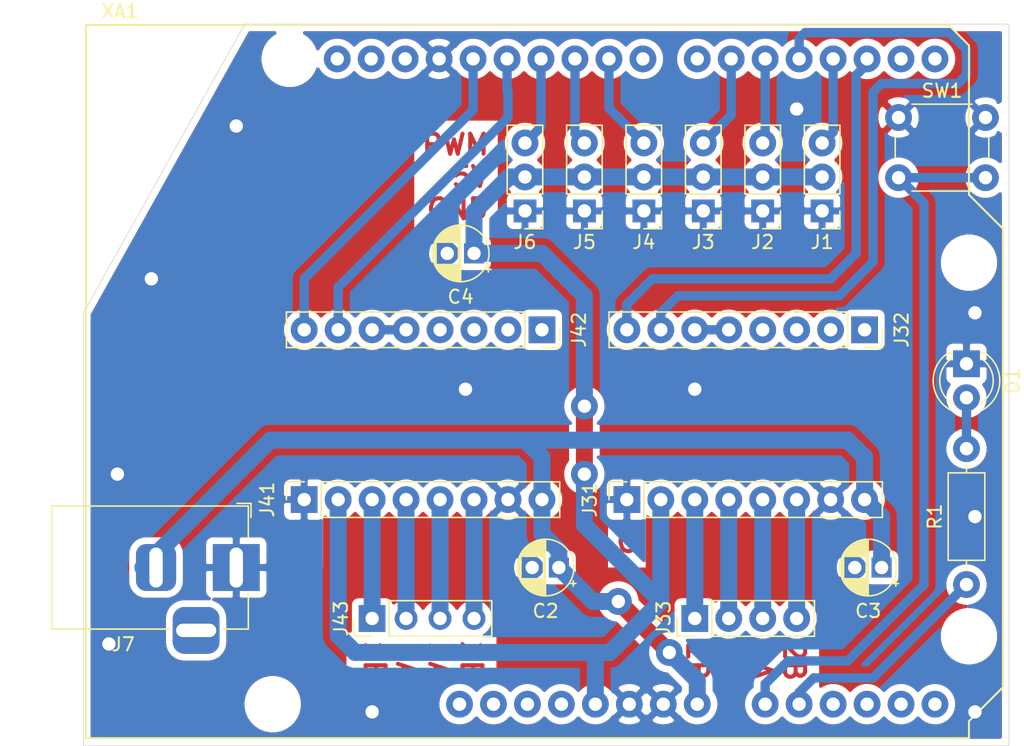
<source format=kicad_pcb>
(kicad_pcb (version 20171130) (host pcbnew 5.1.9)
  (layers (0 F.Cu signal) (31 B.Cu signal) (34 B.Paste user) (35 F.Paste user) (36 B.SilkS user) (37 F.SilkS user) (38 B.Mask user) (39 F.Mask user) (44 Edge.Cuts user))
  (net 0 "")
  (net 1 GND)
  (net 2 /Vpwr)
  (net 3 "Net-(D1-Pad2)")
  (net 4 /pwm1)
  (net 5 +5V)
  (net 6 /pwm2)
  (net 7 /pwm3)
  (net 8 /pwm4)
  (net 9 /pwm5)
  (net 10 /pwm6)
  (net 11 "Net-(J31-Pad6)")
  (net 12 "Net-(J31-Pad5)")
  (net 13 "Net-(J31-Pad4)")
  (net 14 "Net-(J31-Pad3)")
  (net 15 /dir1)
  (net 16 /step1)
  (net 17 "Net-(J32-Pad5)")
  (net 18 "Net-(J32-Pad4)")
  (net 19 "Net-(J32-Pad3)")
  (net 20 "Net-(J32-Pad2)")
  (net 21 "Net-(J32-Pad1)")
  (net 22 "Net-(J41-Pad6)")
  (net 23 "Net-(J41-Pad5)")
  (net 24 "Net-(J41-Pad4)")
  (net 25 "Net-(J41-Pad3)")
  (net 26 /dir2)
  (net 27 /step2)
  (net 28 "Net-(J42-Pad5)")
  (net 29 "Net-(J42-Pad4)")
  (net 30 "Net-(J42-Pad3)")
  (net 31 "Net-(J42-Pad2)")
  (net 32 "Net-(J42-Pad1)")
  (net 33 "Net-(R1-Pad1)")
  (net 34 "Net-(SW1-Pad2)")
  (net 35 "Net-(XA1-PadA5)")
  (net 36 "Net-(XA1-PadA4)")
  (net 37 "Net-(XA1-PadA3)")
  (net 38 "Net-(XA1-PadA2)")
  (net 39 "Net-(XA1-PadAREF)")
  (net 40 "Net-(XA1-PadSDA)")
  (net 41 "Net-(XA1-PadSCL)")
  (net 42 "Net-(XA1-PadD1)")
  (net 43 "Net-(XA1-PadD0)")
  (net 44 "Net-(XA1-PadIORF)")
  (net 45 "Net-(XA1-PadRST1)")
  (net 46 "Net-(XA1-Pad3V3)")
  (net 47 "Net-(XA1-PadD8)")
  (net 48 "Net-(XA1-PadD7)")
  (module plotter:Arduino_Uno_Shield (layer F.Cu) (at 92.260302 126.425)
    (fp_text reference XA1 (at 2.54 -54.356) (layer F.SilkS))
    (fp_text value Arduino_Uno_Shield)
    (pad A5 thru_hole circle (at 63.5 -2.54) (size 2 2) (drill 1) (layers *.Cu *.Mask) (net 35 "Net-(XA1-PadA5)"))
    (pad A4 thru_hole circle (at 60.96 -2.54) (size 2 2) (drill 1) (layers *.Cu *.Mask) (net 36 "Net-(XA1-PadA4)"))
    (pad A3 thru_hole circle (at 58.42 -2.54) (size 2 2) (drill 1) (layers *.Cu *.Mask) (net 37 "Net-(XA1-PadA3)"))
    (pad A2 thru_hole circle (at 55.88 -2.54) (size 2 2) (drill 1) (layers *.Cu *.Mask) (net 38 "Net-(XA1-PadA2)"))
    (pad A1 thru_hole circle (at 53.34 -2.54) (size 2 2) (drill 1) (layers *.Cu *.Mask) (net 33 "Net-(R1-Pad1)"))
    (pad "" thru_hole circle (at 27.94 -2.54) (size 2 2) (drill 1) (layers *.Cu *.Mask))
    (pad D11 thru_hole circle (at 34.036 -50.8) (size 2 2) (drill 1) (layers *.Cu *.Mask) (net 10 /pwm6))
    (pad D12 thru_hole circle (at 31.496 -50.8) (size 2 2) (drill 1) (layers *.Cu *.Mask) (net 27 /step2))
    (pad D13 thru_hole circle (at 28.956 -50.8) (size 2 2) (drill 1) (layers *.Cu *.Mask) (net 26 /dir2))
    (pad AREF thru_hole circle (at 23.876 -50.8) (size 2 2) (drill 1) (layers *.Cu *.Mask) (net 39 "Net-(XA1-PadAREF)"))
    (pad SDA thru_hole circle (at 21.336 -50.8) (size 2 2) (drill 1) (layers *.Cu *.Mask) (net 40 "Net-(XA1-PadSDA)"))
    (pad SCL thru_hole circle (at 18.796 -50.8) (size 2 2) (drill 1) (layers *.Cu *.Mask) (net 41 "Net-(XA1-PadSCL)"))
    (pad "" np_thru_hole circle (at 13.97 -2.54) (size 3.2 3.2) (drill 3.2) (layers *.Cu *.Mask))
    (pad "" np_thru_hole circle (at 15.24 -50.8) (size 3.2 3.2) (drill 3.2) (layers *.Cu *.Mask))
    (pad "" np_thru_hole circle (at 66.04 -35.56) (size 3.2 3.2) (drill 3.2) (layers *.Cu *.Mask))
    (pad "" np_thru_hole circle (at 66.04 -7.62) (size 3.2 3.2) (drill 3.2) (layers *.Cu *.Mask))
    (pad D10 thru_hole circle (at 36.576 -50.8) (size 2 2) (drill 1) (layers *.Cu *.Mask) (net 9 /pwm5))
    (pad D9 thru_hole circle (at 39.116 -50.8) (size 2 2) (drill 1) (layers *.Cu *.Mask) (net 8 /pwm4))
    (pad D8 thru_hole circle (at 41.656 -50.8) (size 2 2) (drill 1) (layers *.Cu *.Mask) (net 47 "Net-(XA1-PadD8)"))
    (pad GND1 thru_hole circle (at 26.416 -50.8) (size 2 2) (drill 1) (layers *.Cu *.Mask) (net 1 GND))
    (pad D7 thru_hole circle (at 45.72 -50.8) (size 2 2) (drill 1) (layers *.Cu *.Mask) (net 48 "Net-(XA1-PadD7)"))
    (pad D6 thru_hole circle (at 48.26 -50.8) (size 2 2) (drill 1) (layers *.Cu *.Mask) (net 7 /pwm3))
    (pad D5 thru_hole circle (at 50.8 -50.8) (size 2 2) (drill 1) (layers *.Cu *.Mask) (net 6 /pwm2))
    (pad D4 thru_hole circle (at 53.34 -50.8) (size 2 2) (drill 1) (layers *.Cu *.Mask) (net 16 /step1))
    (pad D3 thru_hole circle (at 55.88 -50.8) (size 2 2) (drill 1) (layers *.Cu *.Mask) (net 4 /pwm1))
    (pad D2 thru_hole circle (at 58.42 -50.8) (size 2 2) (drill 1) (layers *.Cu *.Mask) (net 15 /dir1))
    (pad D1 thru_hole circle (at 60.96 -50.8) (size 2 2) (drill 1) (layers *.Cu *.Mask) (net 42 "Net-(XA1-PadD1)"))
    (pad D0 thru_hole circle (at 63.5 -50.8) (size 2 2) (drill 1) (layers *.Cu *.Mask) (net 43 "Net-(XA1-PadD0)"))
    (pad IORF thru_hole circle (at 30.48 -2.54) (size 2 2) (drill 1) (layers *.Cu *.Mask) (net 44 "Net-(XA1-PadIORF)"))
    (pad RST1 thru_hole circle (at 33.02 -2.54) (size 2 2) (drill 1) (layers *.Cu *.Mask) (net 45 "Net-(XA1-PadRST1)"))
    (pad 3V3 thru_hole circle (at 35.56 -2.54) (size 2 2) (drill 1) (layers *.Cu *.Mask) (net 46 "Net-(XA1-Pad3V3)"))
    (pad 5V1 thru_hole circle (at 38.1 -2.54) (size 2 2) (drill 1) (layers *.Cu *.Mask) (net 5 +5V))
    (pad GND2 thru_hole circle (at 40.64 -2.54) (size 2 2) (drill 1) (layers *.Cu *.Mask) (net 1 GND))
    (pad GND3 thru_hole circle (at 43.18 -2.54) (size 2 2) (drill 1) (layers *.Cu *.Mask) (net 1 GND))
    (pad VIN thru_hole circle (at 45.72 -2.54) (size 2 2) (drill 1) (layers *.Cu *.Mask) (net 2 /Vpwr))
    (pad A0 thru_hole circle (at 50.8 -2.54) (size 2 2) (drill 1) (layers *.Cu *.Mask) (net 34 "Net-(SW1-Pad2)"))
  )
  (module Capacitor_THT:CP_Radial_D4.0mm_P2.00mm (layer F.Cu) (at 121.285 90.17 180)
    (fp_text reference C4 (at 1 -3.25) (layer F.SilkS))
    (fp_text value 100u)
    (pad 2 thru_hole circle (at 2 0 180) (size 1.7 1.7) (drill 1) (layers *.Cu *.Mask) (net 1 GND))
    (pad 1 thru_hole rect (at 0 0 180) (size 1.5 1.5) (drill 1) (layers *.Cu *.Mask) (net 5 +5V))
  )
  (module Capacitor_THT:CP_Radial_D4.0mm_P2.00mm (layer F.Cu) (at 151.765 113.665 180)
    (fp_text reference C3 (at 1 -3.25) (layer F.SilkS))
    (fp_text value 100u)
    (pad 2 thru_hole circle (at 2 0 180) (size 1.7 1.7) (drill 1) (layers *.Cu *.Mask) (net 1 GND))
    (pad 1 thru_hole rect (at 0 0 180) (size 1.5 1.5) (drill 1) (layers *.Cu *.Mask) (net 2 /Vpwr))
  )
  (module Capacitor_THT:CP_Radial_D4.0mm_P2.00mm (layer F.Cu) (at 127.635 113.665 180)
    (fp_text reference C2 (at 1 -3.25) (layer F.SilkS))
    (fp_text value 100u)
    (pad 2 thru_hole circle (at 2 0 180) (size 1.7 1.7) (drill 1) (layers *.Cu *.Mask) (net 1 GND))
    (pad 1 thru_hole rect (at 0 0 180) (size 1.5 1.5) (drill 1) (layers *.Cu *.Mask) (net 2 /Vpwr))
  )
  (module Button_Switch_THT:SW_PUSH_6mm (layer F.Cu) (at 153.035 80.01)
    (fp_text reference SW1 (at 3.25 -2) (layer F.SilkS))
    (fp_text value SW_Push)
    (pad 1 thru_hole circle (at 6.5 0 90) (size 2 2) (drill 1) (layers *.Cu *.Mask) (net 1 GND))
    (pad 2 thru_hole circle (at 6.5 4.5 90) (size 2 2) (drill 1) (layers *.Cu *.Mask) (net 34 "Net-(SW1-Pad2)"))
    (pad 1 thru_hole circle (at 0 0 90) (size 2 2) (drill 1) (layers *.Cu *.Mask) (net 1 GND))
    (pad 2 thru_hole circle (at 0 4.5 90) (size 2 2) (drill 1) (layers *.Cu *.Mask) (net 34 "Net-(SW1-Pad2)"))
  )
  (module Resistor_THT:R_Axial_DIN0207_L6.3mm_D2.5mm_P10.16mm_Horizontal (layer F.Cu) (at 158.115 114.935 90)
    (fp_text reference R1 (at 5.08 -2.37 90) (layer F.SilkS))
    (fp_text value R)
    (pad 2 thru_hole circle (at 10.16 0 90) (size 2 2) (drill 1) (layers *.Cu *.Mask) (net 3 "Net-(D1-Pad2)"))
    (pad 1 thru_hole circle (at 0 0 90) (size 2 2) (drill 1) (layers *.Cu *.Mask) (net 33 "Net-(R1-Pad1)"))
  )
  (module Connector_PinHeader_2.54mm:PinHeader_1x04_P2.54mm_Vertical (layer F.Cu) (at 113.665 117.475 90)
    (fp_text reference J43 (at 0 -2.33 90) (layer F.SilkS))
    (fp_text value Conn_01x04_Male)
    (pad 4 thru_hole oval (at 0 7.62 90) (size 1.7 1.7) (drill 1) (layers *.Cu *.Mask) (net 22 "Net-(J41-Pad6)"))
    (pad 3 thru_hole oval (at 0 5.08 90) (size 1.7 1.7) (drill 1) (layers *.Cu *.Mask) (net 23 "Net-(J41-Pad5)"))
    (pad 2 thru_hole oval (at 0 2.54 90) (size 1.7 1.7) (drill 1) (layers *.Cu *.Mask) (net 24 "Net-(J41-Pad4)"))
    (pad 1 thru_hole rect (at 0 0 90) (size 2 2) (drill 1) (layers *.Cu *.Mask) (net 25 "Net-(J41-Pad3)"))
  )
  (module Connector_PinSocket_2.54mm:PinSocket_1x08_P2.54mm_Vertical (layer F.Cu) (at 126.365 95.885 270)
    (fp_text reference J42 (at 0 -2.77 90) (layer F.SilkS))
    (fp_text value Conn_01x08_Female)
    (pad 8 thru_hole circle (at 0 17.78 270) (size 2 2) (drill 1) (layers *.Cu *.Mask) (net 26 /dir2))
    (pad 7 thru_hole circle (at 0 15.24 270) (size 2 2) (drill 1) (layers *.Cu *.Mask) (net 27 /step2))
    (pad 6 thru_hole circle (at 0 12.7 270) (size 2 2) (drill 1) (layers *.Cu *.Mask) (net 28 "Net-(J42-Pad5)"))
    (pad 5 thru_hole circle (at 0 10.16 270) (size 2 2) (drill 1) (layers *.Cu *.Mask) (net 28 "Net-(J42-Pad5)"))
    (pad 4 thru_hole circle (at 0 7.62 270) (size 2 2) (drill 1) (layers *.Cu *.Mask) (net 29 "Net-(J42-Pad4)"))
    (pad 3 thru_hole circle (at 0 5.08 270) (size 2 2) (drill 1) (layers *.Cu *.Mask) (net 30 "Net-(J42-Pad3)"))
    (pad 2 thru_hole circle (at 0 2.54 270) (size 2 2) (drill 1) (layers *.Cu *.Mask) (net 31 "Net-(J42-Pad2)"))
    (pad 1 thru_hole rect (at 0 0 270) (size 2 2) (drill 1) (layers *.Cu *.Mask) (net 32 "Net-(J42-Pad1)"))
  )
  (module Connector_PinSocket_2.54mm:PinSocket_1x08_P2.54mm_Vertical (layer F.Cu) (at 108.585 108.585 90)
    (fp_text reference J41 (at 0 -2.77 90) (layer F.SilkS))
    (fp_text value Conn_01x08_Female)
    (pad 8 thru_hole circle (at 0 17.78 90) (size 2 2) (drill 1) (layers *.Cu *.Mask) (net 2 /Vpwr))
    (pad 7 thru_hole circle (at 0 15.24 90) (size 2 2) (drill 1) (layers *.Cu *.Mask) (net 1 GND))
    (pad 6 thru_hole circle (at 0 12.7 90) (size 2 2) (drill 1) (layers *.Cu *.Mask) (net 22 "Net-(J41-Pad6)"))
    (pad 5 thru_hole circle (at 0 10.16 90) (size 2 2) (drill 1) (layers *.Cu *.Mask) (net 23 "Net-(J41-Pad5)"))
    (pad 4 thru_hole circle (at 0 7.62 90) (size 2 2) (drill 1) (layers *.Cu *.Mask) (net 24 "Net-(J41-Pad4)"))
    (pad 3 thru_hole circle (at 0 5.08 90) (size 2 2) (drill 1) (layers *.Cu *.Mask) (net 25 "Net-(J41-Pad3)"))
    (pad 2 thru_hole circle (at 0 2.54 90) (size 2 2) (drill 1) (layers *.Cu *.Mask) (net 5 +5V))
    (pad 1 thru_hole rect (at 0 0 90) (size 2 2) (drill 1) (layers *.Cu *.Mask) (net 1 GND))
  )
  (module Connector_PinHeader_2.54mm:PinHeader_1x04_P2.54mm_Vertical (layer F.Cu) (at 137.795 117.475 90)
    (fp_text reference J33 (at 0 -2.33 90) (layer F.SilkS))
    (fp_text value Conn_01x04_Male)
    (pad 4 thru_hole circle (at 0 7.62 90) (size 2 2) (drill 1) (layers *.Cu *.Mask) (net 11 "Net-(J31-Pad6)"))
    (pad 3 thru_hole circle (at 0 5.08 90) (size 2 2) (drill 1) (layers *.Cu *.Mask) (net 12 "Net-(J31-Pad5)"))
    (pad 2 thru_hole circle (at 0 2.54 90) (size 2 2) (drill 1) (layers *.Cu *.Mask) (net 13 "Net-(J31-Pad4)"))
    (pad 1 thru_hole rect (at 0 0 90) (size 2 2) (drill 1) (layers *.Cu *.Mask) (net 14 "Net-(J31-Pad3)"))
  )
  (module Connector_PinSocket_2.54mm:PinSocket_1x08_P2.54mm_Vertical (layer F.Cu) (at 150.495 95.885 270)
    (fp_text reference J32 (at 0 -2.77 90) (layer F.SilkS))
    (fp_text value Conn_01x08_Female)
    (pad 8 thru_hole circle (at 0 17.78 270) (size 2 2) (drill 1) (layers *.Cu *.Mask) (net 15 /dir1))
    (pad 7 thru_hole circle (at 0 15.24 270) (size 2 2) (drill 1) (layers *.Cu *.Mask) (net 16 /step1))
    (pad 6 thru_hole circle (at 0 12.7 270) (size 2 2) (drill 1) (layers *.Cu *.Mask) (net 17 "Net-(J32-Pad5)"))
    (pad 5 thru_hole circle (at 0 10.16 270) (size 2 2) (drill 1) (layers *.Cu *.Mask) (net 17 "Net-(J32-Pad5)"))
    (pad 4 thru_hole circle (at 0 7.62 270) (size 2 2) (drill 1) (layers *.Cu *.Mask) (net 18 "Net-(J32-Pad4)"))
    (pad 3 thru_hole circle (at 0 5.08 270) (size 2 2) (drill 1) (layers *.Cu *.Mask) (net 19 "Net-(J32-Pad3)"))
    (pad 2 thru_hole circle (at 0 2.54 270) (size 2 2) (drill 1) (layers *.Cu *.Mask) (net 20 "Net-(J32-Pad2)"))
    (pad 1 thru_hole rect (at 0 0 270) (size 2 2) (drill 1) (layers *.Cu *.Mask) (net 21 "Net-(J32-Pad1)"))
  )
  (module Connector_PinSocket_2.54mm:PinSocket_1x08_P2.54mm_Vertical (layer F.Cu) (at 132.715 108.585 90)
    (fp_text reference J31 (at 0 -2.77 90) (layer F.SilkS))
    (fp_text value Conn_01x08_Female)
    (pad 8 thru_hole circle (at 0 17.78 90) (size 2 2) (drill 1) (layers *.Cu *.Mask) (net 2 /Vpwr))
    (pad 7 thru_hole circle (at 0 15.24 90) (size 2 2) (drill 1) (layers *.Cu *.Mask) (net 1 GND))
    (pad 6 thru_hole circle (at 0 12.7 90) (size 2 2) (drill 1) (layers *.Cu *.Mask) (net 11 "Net-(J31-Pad6)"))
    (pad 5 thru_hole circle (at 0 10.16 90) (size 2 2) (drill 1) (layers *.Cu *.Mask) (net 12 "Net-(J31-Pad5)"))
    (pad 4 thru_hole circle (at 0 7.62 90) (size 2 2) (drill 1) (layers *.Cu *.Mask) (net 13 "Net-(J31-Pad4)"))
    (pad 3 thru_hole circle (at 0 5.08 90) (size 2 2) (drill 1) (layers *.Cu *.Mask) (net 14 "Net-(J31-Pad3)"))
    (pad 2 thru_hole circle (at 0 2.54 90) (size 2 2) (drill 1) (layers *.Cu *.Mask) (net 5 +5V))
    (pad 1 thru_hole rect (at 0 0 90) (size 2 2) (drill 1) (layers *.Cu *.Mask) (net 1 GND))
  )
  (module Connector_PinHeader_2.54mm:PinHeader_1x03_P2.54mm_Vertical (layer F.Cu) (at 125.095 86.995 180)
    (fp_text reference J6 (at 0 -2.33) (layer F.SilkS))
    (fp_text value Conn_01x03_Male)
    (pad 3 thru_hole circle (at 0 5.08 180) (size 2 2) (drill 1) (layers *.Cu *.Mask) (net 10 /pwm6))
    (pad 2 thru_hole circle (at 0 2.54 180) (size 2 2) (drill 1) (layers *.Cu *.Mask) (net 5 +5V))
    (pad 1 thru_hole rect (at 0 0 180) (size 1.7 1.7) (drill 1) (layers *.Cu *.Mask) (net 1 GND))
  )
  (module Connector_PinHeader_2.54mm:PinHeader_1x03_P2.54mm_Vertical (layer F.Cu) (at 129.54 86.995 180)
    (fp_text reference J5 (at 0 -2.33) (layer F.SilkS))
    (fp_text value Conn_01x03_Male)
    (pad 3 thru_hole circle (at 0 5.08 180) (size 2 2) (drill 1) (layers *.Cu *.Mask) (net 9 /pwm5))
    (pad 2 thru_hole circle (at 0 2.54 180) (size 2 2) (drill 1) (layers *.Cu *.Mask) (net 5 +5V))
    (pad 1 thru_hole rect (at 0 0 180) (size 1.7 1.7) (drill 1) (layers *.Cu *.Mask) (net 1 GND))
  )
  (module Connector_PinHeader_2.54mm:PinHeader_1x03_P2.54mm_Vertical (layer F.Cu) (at 133.985 86.995 180)
    (fp_text reference J4 (at 0 -2.33) (layer F.SilkS))
    (fp_text value Conn_01x03_Male)
    (pad 3 thru_hole circle (at 0 5.08 180) (size 2 2) (drill 1) (layers *.Cu *.Mask) (net 8 /pwm4))
    (pad 2 thru_hole circle (at 0 2.54 180) (size 2 2) (drill 1) (layers *.Cu *.Mask) (net 5 +5V))
    (pad 1 thru_hole rect (at 0 0 180) (size 1.7 1.7) (drill 1) (layers *.Cu *.Mask) (net 1 GND))
  )
  (module Connector_PinHeader_2.54mm:PinHeader_1x03_P2.54mm_Vertical (layer F.Cu) (at 138.43 86.995 180)
    (fp_text reference J3 (at 0 -2.33) (layer F.SilkS))
    (fp_text value Conn_01x03_Male)
    (pad 3 thru_hole circle (at 0 5.08 180) (size 2 2) (drill 1) (layers *.Cu *.Mask) (net 7 /pwm3))
    (pad 2 thru_hole circle (at 0 2.54 180) (size 2 2) (drill 1) (layers *.Cu *.Mask) (net 5 +5V))
    (pad 1 thru_hole rect (at 0 0 180) (size 1.7 1.7) (drill 1) (layers *.Cu *.Mask) (net 1 GND))
  )
  (module Connector_PinHeader_2.54mm:PinHeader_1x03_P2.54mm_Vertical (layer F.Cu) (at 142.875 86.995 180)
    (fp_text reference J2 (at 0 -2.33) (layer F.SilkS))
    (fp_text value Conn_01x03_Male)
    (pad 3 thru_hole circle (at 0 5.08 180) (size 2 2) (drill 1) (layers *.Cu *.Mask) (net 6 /pwm2))
    (pad 2 thru_hole circle (at 0 2.54 180) (size 2 2) (drill 1) (layers *.Cu *.Mask) (net 5 +5V))
    (pad 1 thru_hole rect (at 0 0 180) (size 1.7 1.7) (drill 1) (layers *.Cu *.Mask) (net 1 GND))
  )
  (module Connector_BarrelJack:BarrelJack_Horizontal (layer F.Cu) (at 103.505 113.665)
    (fp_text reference J7 (at -8.45 5.75) (layer F.SilkS))
    (fp_text value Conn_01x02_Female)
    (pad 3 thru_hole roundrect (at -3 4.7) (size 3.5 3.5) (drill oval 3 1) (layers *.Cu *.Mask))
    (pad 2 thru_hole roundrect (at -6 0) (size 3 3.5) (drill oval 1 3) (layers *.Cu *.Mask) (net 2 /Vpwr))
    (pad 1 thru_hole rect (at 0 0) (size 3.5 3.5) (drill oval 1 3) (layers *.Cu *.Mask) (net 1 GND))
  )
  (module Connector_PinHeader_2.54mm:PinHeader_1x03_P2.54mm_Vertical (layer F.Cu) (at 147.32 86.995 180)
    (fp_text reference J1 (at 0 -2.33) (layer F.SilkS))
    (fp_text value Conn_01x03_Male)
    (pad 3 thru_hole circle (at 0 5.08 180) (size 2 2) (drill 1) (layers *.Cu *.Mask) (net 4 /pwm1))
    (pad 2 thru_hole circle (at 0 2.54 180) (size 2 2) (drill 1) (layers *.Cu *.Mask) (net 5 +5V))
    (pad 1 thru_hole rect (at 0 0 180) (size 1.7 1.7) (drill 1) (layers *.Cu *.Mask) (net 1 GND))
  )
  (module LED_THT:LED_D4.0mm (layer F.Cu) (at 158.115 98.425 270)
    (fp_text reference D1 (at 1.27 -3.46 90) (layer F.SilkS))
    (fp_text value LED)
    (pad 2 thru_hole circle (at 2.54 0 270) (size 2 2) (drill 1) (layers *.Cu *.Mask) (net 3 "Net-(D1-Pad2)"))
    (pad 1 thru_hole rect (at 0 0 270) (size 2 2) (drill 1) (layers *.Cu *.Mask) (net 1 GND))
  )
  (gr_text "PWM\n5V\nGND" (at 122.555 84.455) (layer F.Cu) (effects (font (size 1.5 1.5) (thickness 0.3)) (justify right)))
  (gr_text "2B\n2A\n1A\n1B" (at 141.605 120.65 -90) (layer F.Cu) (effects (font (size 1.5 1.5) (thickness 0.3))))
  (gr_text G (at 132.715 111.76) (layer F.Cu) (effects (font (size 1.5 1.5) (thickness 0.3))))
  (gr_text "2B\n2A\n1A\n1B" (at 117.475 120.65 -90) (layer F.Cu) (effects (font (size 1.5 1.5) (thickness 0.3))))
  (gr_text G (at 108.585 111.76) (layer F.Cu) (effects (font (size 1.5 1.5) (thickness 0.3))))
  (gr_text "Plotter v1" (at 95.885 99.695 270) (layer F.Cu) (effects (font (size 1.5 1.5) (thickness 0.3))))
  (gr_line (start 161.29 127) (end 92.075 127) (layer Edge.Cuts) (width 0.05))
  (gr_line (start 92.075 94.615) (end 92.075 127) (layer Edge.Cuts) (width 0.05))
  (gr_line (start 104.14 73.025) (end 92.075 94.615) (layer Edge.Cuts) (width 0.05))
  (gr_line (start 161.29 73.025) (end 104.14 73.025) (layer Edge.Cuts) (width 0.05))
  (gr_line (start 161.29 127) (end 161.29 73.025) (layer Edge.Cuts) (width 0.05))
  (via (at 145.415 79.375) (size 2) (drill 1) (layers F.Cu B.Cu) (net 1))
  (via (at 103.505 80.645) (size 2) (drill 1) (layers F.Cu B.Cu) (net 1))
  (via (at 97.155 92.075) (size 2) (drill 1) (layers F.Cu B.Cu) (net 1))
  (via (at 94.615 106.68) (size 2) (drill 1) (layers F.Cu B.Cu) (net 1))
  (via (at 93.98 119.38) (size 2) (drill 1) (layers F.Cu B.Cu) (net 1))
  (via (at 113.665 124.46) (size 2) (drill 1) (layers F.Cu B.Cu) (net 1))
  (via (at 158.75 124.46) (size 2) (drill 1) (layers F.Cu B.Cu) (net 1))
  (via (at 158.75 109.855) (size 2) (drill 1) (layers F.Cu B.Cu) (net 1))
  (via (at 158.75 94.615) (size 2) (drill 1) (layers F.Cu B.Cu) (net 1))
  (via (at 120.65 100.33) (size 2) (drill 1) (layers F.Cu B.Cu) (net 1))
  (via (at 137.795 100.33) (size 2) (drill 1) (layers F.Cu B.Cu) (net 1))
  (segment (start 97.505 113.665) (end 96.52 113.665) (width 1.27) (layer B.Cu) (net 2))
  (segment (start 97.505 113.665) (end 97.505 112.68) (width 1.27) (layer B.Cu) (net 2))
  (segment (start 97.505 112.68) (end 106.045 104.14) (width 1.27) (layer B.Cu) (net 2))
  (segment (start 126.365 105.41) (end 126.365 108.585) (width 1.27) (layer B.Cu) (net 2))
  (segment (start 125.095 104.14) (end 126.365 105.41) (width 1.27) (layer B.Cu) (net 2))
  (segment (start 125.095 104.14) (end 149.225 104.14) (width 1.27) (layer B.Cu) (net 2))
  (segment (start 150.495 105.41) (end 150.495 108.585) (width 1.27) (layer B.Cu) (net 2))
  (segment (start 149.225 104.14) (end 150.495 105.41) (width 1.27) (layer B.Cu) (net 2))
  (segment (start 151.765 109.855) (end 151.765 113.665) (width 1.27) (layer B.Cu) (net 2))
  (segment (start 150.495 108.585) (end 151.765 109.855) (width 1.27) (layer B.Cu) (net 2))
  (segment (start 125.095 104.14) (end 106.045 104.14) (width 1.27) (layer B.Cu) (net 2))
  (segment (start 126.365 108.585) (end 126.365 111.125) (width 1.27) (layer B.Cu) (net 2))
  (segment (start 127.635 112.395) (end 127.635 113.665) (width 1.27) (layer B.Cu) (net 2))
  (segment (start 126.365 111.125) (end 127.635 112.395) (width 1.27) (layer B.Cu) (net 2))
  (segment (start 137.980302 123.885) (end 137.980302 122.105302) (width 1.27) (layer B.Cu) (net 2))
  (segment (start 137.980302 122.105302) (end 135.89 120.015) (width 1.27) (layer B.Cu) (net 2))
  (via (at 135.89 120.015) (size 2) (drill 1) (layers F.Cu B.Cu) (net 2))
  (segment (start 135.89 120.015) (end 132.08 116.205) (width 1.27) (layer F.Cu) (net 2))
  (via (at 132.08 116.205) (size 2) (drill 1) (layers F.Cu B.Cu) (net 2))
  (segment (start 130.175 116.205) (end 127.635 113.665) (width 1.27) (layer B.Cu) (net 2))
  (segment (start 132.08 116.205) (end 130.175 116.205) (width 1.27) (layer B.Cu) (net 2))
  (segment (start 158.115 104.775) (end 158.115 100.965) (width 0.7) (layer B.Cu) (net 3))
  (segment (start 148.140302 81.094698) (end 147.32 81.915) (width 0.7) (layer B.Cu) (net 4))
  (segment (start 148.140302 75.625) (end 148.140302 81.094698) (width 0.7) (layer B.Cu) (net 4))
  (segment (start 123.825 120.015) (end 112.395 120.015) (width 1.27) (layer B.Cu) (net 5))
  (segment (start 111.125 118.745) (end 111.125 108.585) (width 1.27) (layer B.Cu) (net 5))
  (segment (start 112.395 120.015) (end 111.125 118.745) (width 1.27) (layer B.Cu) (net 5))
  (segment (start 131.445 120.015) (end 135.255 116.205) (width 1.27) (layer B.Cu) (net 5))
  (segment (start 125.095 84.455) (end 147.32 84.455) (width 1.27) (layer B.Cu) (net 5))
  (segment (start 130.360302 123.885) (end 130.360302 120.464698) (width 1.27) (layer B.Cu) (net 5))
  (segment (start 130.360302 120.464698) (end 130.81 120.015) (width 1.27) (layer B.Cu) (net 5))
  (segment (start 130.81 120.015) (end 131.445 120.015) (width 1.27) (layer B.Cu) (net 5))
  (segment (start 123.825 120.015) (end 130.81 120.015) (width 1.27) (layer B.Cu) (net 5))
  (segment (start 121.285 87.062919) (end 121.285 90.17) (width 1.27) (layer B.Cu) (net 5))
  (segment (start 123.892919 84.455) (end 121.285 87.062919) (width 1.27) (layer B.Cu) (net 5))
  (segment (start 125.095 84.455) (end 123.892919 84.455) (width 1.27) (layer B.Cu) (net 5))
  (segment (start 121.285 90.17) (end 126.365 90.17) (width 1.27) (layer B.Cu) (net 5))
  (via (at 129.54 101.6) (size 2) (drill 1) (layers F.Cu B.Cu) (net 5))
  (segment (start 129.54 93.345) (end 129.54 101.6) (width 1.27) (layer B.Cu) (net 5))
  (segment (start 126.365 90.17) (end 129.54 93.345) (width 1.27) (layer B.Cu) (net 5))
  (segment (start 129.54 101.6) (end 129.54 106.68) (width 1.27) (layer F.Cu) (net 5))
  (via (at 129.54 106.68) (size 2) (drill 1) (layers F.Cu B.Cu) (net 5))
  (segment (start 129.54 110.49) (end 134.62 115.57) (width 1.27) (layer B.Cu) (net 5))
  (segment (start 129.54 106.68) (end 129.54 110.49) (width 1.27) (layer B.Cu) (net 5))
  (segment (start 134.62 115.57) (end 135.255 115.57) (width 1.27) (layer B.Cu) (net 5))
  (segment (start 135.255 115.57) (end 135.255 108.585) (width 1.27) (layer B.Cu) (net 5))
  (segment (start 135.255 116.205) (end 135.255 115.57) (width 1.27) (layer B.Cu) (net 5))
  (segment (start 143.060302 81.729698) (end 142.875 81.915) (width 0.7) (layer B.Cu) (net 6))
  (segment (start 143.060302 75.625) (end 143.060302 81.729698) (width 0.7) (layer B.Cu) (net 6))
  (segment (start 140.520302 79.824698) (end 138.43 81.915) (width 0.7) (layer B.Cu) (net 7))
  (segment (start 140.520302 75.625) (end 140.520302 79.824698) (width 0.7) (layer B.Cu) (net 7))
  (segment (start 131.376302 79.306302) (end 133.985 81.915) (width 0.7) (layer B.Cu) (net 8))
  (segment (start 131.376302 75.625) (end 131.376302 79.306302) (width 0.7) (layer B.Cu) (net 8))
  (segment (start 128.836302 81.211302) (end 129.54 81.915) (width 0.7) (layer B.Cu) (net 9))
  (segment (start 128.836302 75.625) (end 128.836302 81.211302) (width 0.7) (layer B.Cu) (net 9))
  (segment (start 126.296302 80.713698) (end 125.095 81.915) (width 0.7) (layer B.Cu) (net 10))
  (segment (start 126.296302 75.625) (end 126.296302 80.713698) (width 0.7) (layer B.Cu) (net 10))
  (segment (start 145.415 117.475) (end 145.415 108.585) (width 1.27) (layer B.Cu) (net 11))
  (segment (start 142.875 117.475) (end 142.875 108.585) (width 1.27) (layer B.Cu) (net 12))
  (segment (start 140.335 117.475) (end 140.335 108.585) (width 1.27) (layer B.Cu) (net 13))
  (segment (start 137.795 108.585) (end 137.795 117.475) (width 1.27) (layer B.Cu) (net 14))
  (segment (start 132.715 93.98) (end 132.715 95.885) (width 0.7) (layer B.Cu) (net 15))
  (segment (start 134.62 92.075) (end 132.715 93.98) (width 0.7) (layer B.Cu) (net 15))
  (segment (start 147.955 92.075) (end 134.62 92.075) (width 0.7) (layer B.Cu) (net 15))
  (segment (start 149.86 90.17) (end 147.955 92.075) (width 0.7) (layer B.Cu) (net 15))
  (segment (start 149.86 76.835) (end 149.86 90.17) (width 0.7) (layer B.Cu) (net 15))
  (segment (start 150.680302 76.014698) (end 149.86 76.835) (width 0.7) (layer B.Cu) (net 15))
  (segment (start 150.680302 75.625) (end 150.680302 76.014698) (width 0.7) (layer B.Cu) (net 15))
  (segment (start 151.13 90.805) (end 148.59 93.345) (width 0.7) (layer B.Cu) (net 16))
  (segment (start 151.765 77.47) (end 151.13 78.105) (width 0.7) (layer B.Cu) (net 16))
  (segment (start 148.59 93.345) (end 136.525 93.345) (width 0.7) (layer B.Cu) (net 16))
  (segment (start 157.48 77.47) (end 151.765 77.47) (width 0.7) (layer B.Cu) (net 16))
  (segment (start 158.115 76.835) (end 157.48 77.47) (width 0.7) (layer B.Cu) (net 16))
  (segment (start 158.115 74.93) (end 158.115 76.835) (width 0.7) (layer B.Cu) (net 16))
  (segment (start 135.255 94.615) (end 135.255 95.885) (width 0.7) (layer B.Cu) (net 16))
  (segment (start 151.13 78.105) (end 151.13 90.805) (width 0.7) (layer B.Cu) (net 16))
  (segment (start 156.845 73.66) (end 158.115 74.93) (width 0.7) (layer B.Cu) (net 16))
  (segment (start 146.05 73.66) (end 156.845 73.66) (width 0.7) (layer B.Cu) (net 16))
  (segment (start 136.525 93.345) (end 135.255 94.615) (width 0.7) (layer B.Cu) (net 16))
  (segment (start 145.600302 74.109698) (end 146.05 73.66) (width 0.7) (layer B.Cu) (net 16))
  (segment (start 145.600302 75.625) (end 145.600302 74.109698) (width 0.7) (layer B.Cu) (net 16))
  (segment (start 137.795 95.885) (end 140.335 95.885) (width 0.7) (layer B.Cu) (net 17))
  (segment (start 121.285 117.475) (end 121.285 108.585) (width 1.27) (layer B.Cu) (net 22))
  (segment (start 118.745 108.585) (end 118.745 117.475) (width 1.27) (layer B.Cu) (net 23))
  (segment (start 116.205 117.475) (end 116.205 108.585) (width 1.27) (layer B.Cu) (net 24))
  (segment (start 113.665 108.585) (end 113.665 117.475) (width 1.27) (layer B.Cu) (net 25))
  (segment (start 121.216302 75.625) (end 121.216302 79.443698) (width 0.7) (layer B.Cu) (net 26))
  (segment (start 108.585 92.075) (end 108.585 95.885) (width 0.7) (layer B.Cu) (net 26))
  (segment (start 121.216302 79.443698) (end 108.585 92.075) (width 0.7) (layer B.Cu) (net 26))
  (segment (start 123.756302 75.625) (end 123.756302 78.036302) (width 0.7) (layer B.Cu) (net 27))
  (segment (start 123.756302 78.036302) (end 123.825 78.105) (width 0.7) (layer B.Cu) (net 27))
  (segment (start 123.825 78.105) (end 123.825 80.01) (width 0.7) (layer B.Cu) (net 27))
  (segment (start 123.825 80.01) (end 111.125 92.71) (width 0.7) (layer B.Cu) (net 27))
  (segment (start 111.125 92.71) (end 111.125 95.885) (width 0.7) (layer B.Cu) (net 27))
  (segment (start 113.665 95.885) (end 116.205 95.885) (width 0.7) (layer B.Cu) (net 28))
  (segment (start 145.600302 123.004698) (end 145.600302 123.885) (width 0.7) (layer B.Cu) (net 33))
  (segment (start 146.685 121.92) (end 145.600302 123.004698) (width 0.7) (layer B.Cu) (net 33))
  (segment (start 151.13 121.92) (end 146.685 121.92) (width 0.7) (layer B.Cu) (net 33))
  (segment (start 158.115 114.935) (end 151.13 121.92) (width 0.7) (layer B.Cu) (net 33))
  (segment (start 153.035 84.51) (end 159.535 84.51) (width 0.7) (layer B.Cu) (net 34))
  (segment (start 153.035 84.51) (end 154.94 86.415) (width 0.7) (layer B.Cu) (net 34))
  (segment (start 154.94 86.415) (end 154.94 114.935) (width 0.7) (layer B.Cu) (net 34))
  (segment (start 154.94 114.935) (end 149.225 120.65) (width 0.7) (layer B.Cu) (net 34))
  (segment (start 149.225 120.65) (end 144.78 120.65) (width 0.7) (layer B.Cu) (net 34))
  (segment (start 143.060302 122.369698) (end 143.060302 123.885) (width 0.7) (layer B.Cu) (net 34))
  (segment (start 144.78 120.65) (end 143.060302 122.369698) (width 0.7) (layer B.Cu) (net 34))
  (zone (net 1) (net_name GND) (layer B.Cu) (connect_pads (clearance 0.508)) (min_thickness 0.254) (fill yes (arc_segments 32) (thermal_gap 0.508) (thermal_bridge_width 0.508))
    (polygon (pts (xy 161.29 127) (xy 92.075 127) (xy 92.075 94.615) (xy 104.14 73.025) (xy 161.29 73.025)))
  )
  (zone (net 1) (net_name GND) (layer F.Cu) (connect_pads (clearance 0.508)) (min_thickness 0.254) (fill yes (arc_segments 32) (thermal_gap 0.508) (thermal_bridge_width 0.508))
    (polygon (pts (xy 161.29 127) (xy 92.075 127) (xy 92.075 94.615) (xy 104.14 73.025) (xy 161.29 73.025)))
  )
)
</source>
